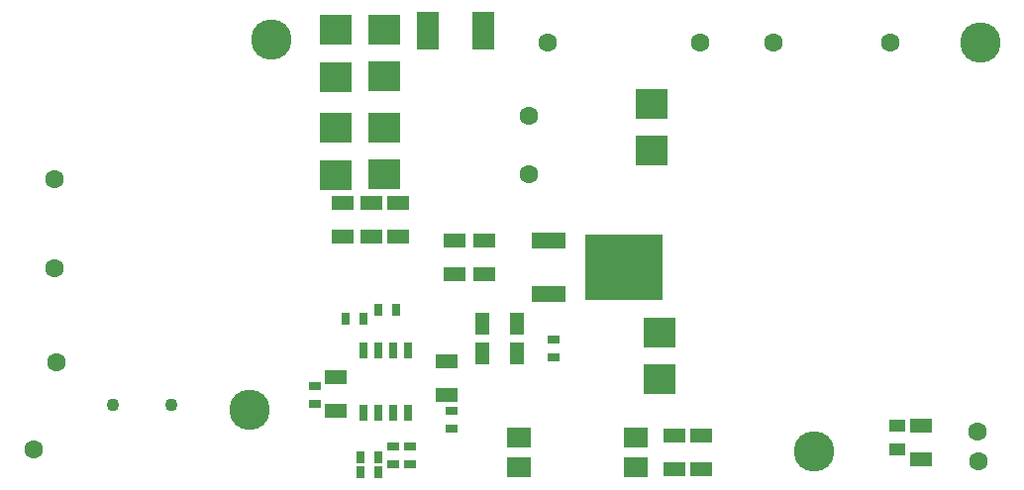
<source format=gts>
G04*
G04 #@! TF.GenerationSoftware,Altium Limited,Altium Designer,23.4.1 (23)*
G04*
G04 Layer_Color=8388736*
%FSLAX44Y44*%
%MOMM*%
G71*
G04*
G04 #@! TF.SameCoordinates,A62261B1-4730-41BB-8F10-B985FF82E821*
G04*
G04*
G04 #@! TF.FilePolarity,Negative*
G04*
G01*
G75*
%ADD33R,0.8000X1.1000*%
%ADD34R,1.1000X0.8000*%
%ADD35R,1.9000X1.2500*%
%ADD36R,0.7000X1.3700*%
%ADD37R,2.8000X2.6000*%
%ADD38R,1.9000X3.3000*%
%ADD39R,2.9500X1.3500*%
%ADD40R,6.6500X5.6500*%
%ADD41R,1.2500X1.9000*%
%ADD42R,1.1000X0.7000*%
%ADD43R,0.7000X1.1000*%
%ADD44R,1.4000X1.1000*%
%ADD45R,2.1000X1.8000*%
%ADD46C,1.6000*%
%ADD47C,1.1000*%
%ADD48C,3.4600*%
D33*
X303530Y152400D02*
D03*
X288530D02*
D03*
X331350Y160020D02*
D03*
X316350D02*
D03*
X301230Y21590D02*
D03*
X316230D02*
D03*
D34*
X261620Y95130D02*
D03*
Y80130D02*
D03*
X378678Y73540D02*
D03*
Y58540D02*
D03*
X328930Y28180D02*
D03*
Y43180D02*
D03*
X466090Y119500D02*
D03*
Y134500D02*
D03*
D35*
X279400Y102660D02*
D03*
Y73660D02*
D03*
X332740Y222990D02*
D03*
Y251990D02*
D03*
X309880D02*
D03*
Y222990D02*
D03*
X285750D02*
D03*
Y251990D02*
D03*
X406400Y190710D02*
D03*
Y219710D02*
D03*
X381000Y190710D02*
D03*
Y219710D02*
D03*
X374650Y87100D02*
D03*
Y116100D02*
D03*
X568960Y52705D02*
D03*
Y23705D02*
D03*
X591820Y52781D02*
D03*
Y23781D02*
D03*
X779780Y32490D02*
D03*
Y61490D02*
D03*
D36*
X303530Y72560D02*
D03*
X316230D02*
D03*
X328930D02*
D03*
X341630D02*
D03*
Y125560D02*
D03*
X328930D02*
D03*
X316230D02*
D03*
X303530D02*
D03*
D37*
X321310Y315910D02*
D03*
Y275910D02*
D03*
X279400Y275590D02*
D03*
Y315590D02*
D03*
Y359410D02*
D03*
Y399410D02*
D03*
X321310Y359730D02*
D03*
Y399730D02*
D03*
X549910Y296230D02*
D03*
Y336230D02*
D03*
X556260Y140650D02*
D03*
Y100650D02*
D03*
D38*
X406270Y398780D02*
D03*
X358270D02*
D03*
D39*
X462030Y173990D02*
D03*
Y219710D02*
D03*
D40*
X526030Y196850D02*
D03*
D41*
X405340Y148590D02*
D03*
X434340D02*
D03*
X405340Y123190D02*
D03*
X434340D02*
D03*
D42*
X342900Y43180D02*
D03*
Y28180D02*
D03*
D43*
X316230Y34290D02*
D03*
X301230D02*
D03*
D44*
X759460Y40960D02*
D03*
Y60960D02*
D03*
D45*
X536410Y50800D02*
D03*
X436410D02*
D03*
Y25400D02*
D03*
X536410D02*
D03*
D46*
X39370Y195580D02*
D03*
Y271780D02*
D03*
X461010Y388620D02*
D03*
X591010D02*
D03*
X444500Y326390D02*
D03*
Y276390D02*
D03*
X829040Y30480D02*
D03*
X828040Y55880D02*
D03*
X754050Y388620D02*
D03*
X654050D02*
D03*
X21590Y40640D02*
D03*
X40590Y115640D02*
D03*
D47*
X89300Y78740D02*
D03*
X139300D02*
D03*
D48*
X688340Y39370D02*
D03*
X830580Y388620D02*
D03*
X224790Y391160D02*
D03*
X205740Y74930D02*
D03*
M02*

</source>
